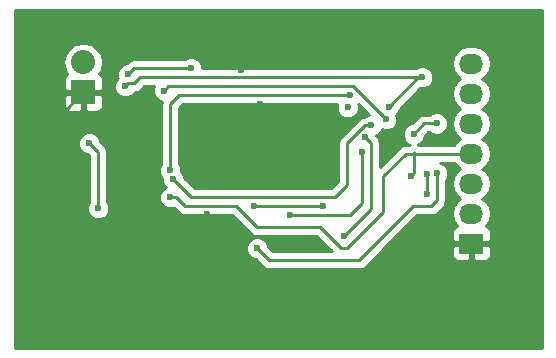
<source format=gbr>
G04 #@! TF.FileFunction,Copper,L2,Bot,Signal*
%FSLAX46Y46*%
G04 Gerber Fmt 4.6, Leading zero omitted, Abs format (unit mm)*
G04 Created by KiCad (PCBNEW 4.1.0-alpha+201605272346+6836~44~ubuntu16.04.1-product) date Fri Jun 10 12:21:42 2016*
%MOMM*%
%LPD*%
G01*
G04 APERTURE LIST*
%ADD10C,0.100000*%
%ADD11R,2.032000X2.032000*%
%ADD12O,2.032000X2.032000*%
%ADD13R,2.032000X1.727200*%
%ADD14O,2.032000X1.727200*%
%ADD15C,0.600000*%
%ADD16C,0.250000*%
%ADD17C,0.254000*%
G04 APERTURE END LIST*
D10*
D11*
X157480000Y-74676000D03*
D12*
X157480000Y-72136000D03*
D13*
X190347600Y-87477600D03*
D14*
X190347600Y-84937600D03*
X190347600Y-82397600D03*
X190347600Y-79857600D03*
X190347600Y-77317600D03*
X190347600Y-74777600D03*
X190347600Y-72237600D03*
D15*
X158750000Y-84500000D03*
X158000000Y-79000000D03*
X185000000Y-88000000D03*
X181900000Y-89500000D03*
X184400000Y-77700000D03*
X188000000Y-90000000D03*
X177170000Y-69520000D03*
X170850000Y-72750000D03*
X172580000Y-78920000D03*
X182790000Y-69840000D03*
X171180000Y-69740000D03*
X172480000Y-75670000D03*
X162000000Y-77000000D03*
X171710000Y-81350000D03*
X167890000Y-80220000D03*
X167970000Y-84960000D03*
X161000000Y-83000000D03*
X196000000Y-96000000D03*
X196000000Y-92000000D03*
X196000000Y-88000000D03*
X196000000Y-84000000D03*
X196000000Y-79000000D03*
X196000000Y-75000000D03*
X196000000Y-71000000D03*
X196000000Y-68000000D03*
X193000000Y-68000000D03*
X189000000Y-68000000D03*
X185000000Y-68000000D03*
X181000000Y-68000000D03*
X177000000Y-68000000D03*
X173000000Y-68000000D03*
X169000000Y-68000000D03*
X165000000Y-68000000D03*
X161000000Y-68000000D03*
X157000000Y-68000000D03*
X152000000Y-68000000D03*
X152000000Y-72000000D03*
X152000000Y-76000000D03*
X152000000Y-80000000D03*
X152000000Y-84000000D03*
X152000000Y-89000000D03*
X152000000Y-92000000D03*
X152000000Y-96000000D03*
X155000000Y-96000000D03*
X155000000Y-92000000D03*
X155000000Y-89000000D03*
X158000000Y-89000000D03*
X158000000Y-92000000D03*
X158000000Y-96000000D03*
X162000000Y-96000000D03*
X162000000Y-92000000D03*
X162000000Y-89000000D03*
X162000000Y-86000000D03*
X166000000Y-87000000D03*
X166000000Y-89000000D03*
X166000000Y-92000000D03*
X166000000Y-96000000D03*
X170000000Y-96000000D03*
X170000000Y-92000000D03*
X170000000Y-89000000D03*
X173000000Y-92000000D03*
X174000000Y-96000000D03*
X178000000Y-96000000D03*
X183000000Y-96000000D03*
X188000000Y-96000000D03*
X192000000Y-96000000D03*
X179578000Y-86868000D03*
X181356000Y-78486000D03*
X175006000Y-85090000D03*
X181102000Y-79756000D03*
X177800000Y-84328000D03*
X171958000Y-84328000D03*
X166624000Y-72644000D03*
X161290000Y-73152000D03*
X180086000Y-74930000D03*
X164846000Y-81280000D03*
X186600000Y-83250000D03*
X186600000Y-81560000D03*
X164338000Y-74523600D03*
X183134000Y-76962000D03*
X179870000Y-75940000D03*
X183350000Y-75920000D03*
X186182000Y-73406000D03*
X161036000Y-74168000D03*
X185450000Y-78220000D03*
X187410000Y-77310000D03*
X187452000Y-81534000D03*
X172212000Y-87884000D03*
X181864000Y-77470000D03*
X165100000Y-82042000D03*
X185250000Y-81750000D03*
X164846000Y-83566000D03*
D16*
X158750000Y-79750000D02*
X158750000Y-84500000D01*
X158000000Y-79000000D02*
X158750000Y-79750000D01*
X185000000Y-88000000D02*
X183400000Y-88000000D01*
X183400000Y-88000000D02*
X181900000Y-89500000D01*
X171180000Y-72420000D02*
X171180000Y-69740000D01*
X170850000Y-72750000D02*
X171180000Y-72420000D01*
X177170000Y-69520000D02*
X182470000Y-69520000D01*
X182470000Y-69520000D02*
X182790000Y-69840000D01*
X171180000Y-69740000D02*
X176950000Y-69740000D01*
X176950000Y-69740000D02*
X177170000Y-69520000D01*
X169000000Y-68000000D02*
X169440000Y-68000000D01*
X169440000Y-68000000D02*
X171180000Y-69740000D01*
X172580000Y-78920000D02*
X172580000Y-75770000D01*
X171710000Y-79790000D02*
X172580000Y-78920000D01*
X171710000Y-81350000D02*
X171710000Y-79790000D01*
X172580000Y-75770000D02*
X172480000Y-75670000D01*
X159676000Y-74676000D02*
X162000000Y-77000000D01*
X157480000Y-74676000D02*
X159676000Y-74676000D01*
X169020000Y-81350000D02*
X171710000Y-81350000D01*
X167890000Y-80220000D02*
X169020000Y-81350000D01*
X166000000Y-87000000D02*
X166000000Y-86930000D01*
X166000000Y-86930000D02*
X167970000Y-84960000D01*
X152000000Y-76000000D02*
X156156000Y-76000000D01*
X156156000Y-76000000D02*
X157480000Y-74676000D01*
X196000000Y-96000000D02*
X196000000Y-92000000D01*
X196000000Y-88000000D02*
X196000000Y-84000000D01*
X196000000Y-79000000D02*
X196000000Y-75000000D01*
X196000000Y-71000000D02*
X196000000Y-68000000D01*
X193000000Y-68000000D02*
X189000000Y-68000000D01*
X185000000Y-68000000D02*
X181000000Y-68000000D01*
X177000000Y-68000000D02*
X173000000Y-68000000D01*
X169000000Y-68000000D02*
X165000000Y-68000000D01*
X161000000Y-68000000D02*
X157000000Y-68000000D01*
X152000000Y-68000000D02*
X152000000Y-72000000D01*
X152000000Y-76000000D02*
X152000000Y-80000000D01*
X152000000Y-84000000D02*
X152000000Y-89000000D01*
X152000000Y-92000000D02*
X152000000Y-96000000D01*
X155000000Y-96000000D02*
X155000000Y-92000000D01*
X155000000Y-89000000D02*
X158000000Y-89000000D01*
X158000000Y-92000000D02*
X158000000Y-96000000D01*
X162000000Y-96000000D02*
X162000000Y-92000000D01*
X162000000Y-89000000D02*
X162000000Y-86000000D01*
X166000000Y-87000000D02*
X166000000Y-89000000D01*
X166000000Y-92000000D02*
X166000000Y-96000000D01*
X170000000Y-96000000D02*
X170000000Y-92000000D01*
X170000000Y-89000000D02*
X173000000Y-92000000D01*
X174000000Y-96000000D02*
X178000000Y-96000000D01*
X183000000Y-96000000D02*
X188000000Y-96000000D01*
X181864000Y-84582000D02*
X179578000Y-86868000D01*
X181864000Y-78994000D02*
X181864000Y-84582000D01*
X181356000Y-78486000D02*
X181864000Y-78994000D01*
X180086000Y-85090000D02*
X175006000Y-85090000D01*
X181102000Y-84074000D02*
X180086000Y-85090000D01*
X181102000Y-81788000D02*
X181102000Y-84074000D01*
X181102000Y-79756000D02*
X181102000Y-81788000D01*
X171958000Y-84328000D02*
X177800000Y-84328000D01*
X161798000Y-72644000D02*
X166624000Y-72644000D01*
X161290000Y-73152000D02*
X161798000Y-72644000D01*
X165608000Y-74930000D02*
X180086000Y-74930000D01*
X164846000Y-75692000D02*
X165608000Y-74930000D01*
X164846000Y-81280000D02*
X164846000Y-75692000D01*
X186600000Y-81560000D02*
X186600000Y-83250000D01*
X180340000Y-74168000D02*
X183134000Y-76962000D01*
X164693600Y-74168000D02*
X180340000Y-74168000D01*
X164338000Y-74523600D02*
X164693600Y-74168000D01*
X186182000Y-73406000D02*
X185864000Y-73406000D01*
X185864000Y-73406000D02*
X183350000Y-75920000D01*
X162306000Y-73406000D02*
X186182000Y-73406000D01*
X161798000Y-73914000D02*
X162306000Y-73406000D01*
X161290000Y-73914000D02*
X161798000Y-73914000D01*
X161036000Y-74168000D02*
X161290000Y-73914000D01*
X185450000Y-78220000D02*
X186360000Y-77310000D01*
X186360000Y-77310000D02*
X187410000Y-77310000D01*
X187452000Y-83820000D02*
X187452000Y-81534000D01*
X186944000Y-84328000D02*
X187452000Y-83820000D01*
X185420000Y-84328000D02*
X186944000Y-84328000D01*
X180848000Y-88900000D02*
X185420000Y-84328000D01*
X173228000Y-88900000D02*
X180848000Y-88900000D01*
X172212000Y-87884000D02*
X173228000Y-88900000D01*
X181356000Y-77470000D02*
X181864000Y-77470000D01*
X179832000Y-78994000D02*
X181356000Y-77470000D01*
X179832000Y-82550000D02*
X179832000Y-78994000D01*
X178816000Y-83566000D02*
X179832000Y-82550000D01*
X166624000Y-83566000D02*
X178816000Y-83566000D01*
X165100000Y-82042000D02*
X166624000Y-83566000D01*
X185500000Y-80000000D02*
X185500000Y-79857600D01*
X185500000Y-81500000D02*
X185500000Y-80000000D01*
X185250000Y-81750000D02*
X185500000Y-81500000D01*
X185500000Y-79857600D02*
X185500000Y-79750000D01*
X185500000Y-79750000D02*
X185500000Y-79857600D01*
X184810400Y-79857600D02*
X185500000Y-79857600D01*
X185500000Y-79857600D02*
X190347600Y-79857600D01*
X182880000Y-81788000D02*
X184810400Y-79857600D01*
X182880000Y-84836000D02*
X182880000Y-81788000D01*
X179832000Y-87884000D02*
X182880000Y-84836000D01*
X179324000Y-87884000D02*
X179832000Y-87884000D01*
X177546000Y-86106000D02*
X179324000Y-87884000D01*
X172212000Y-86106000D02*
X177546000Y-86106000D01*
X170434000Y-84328000D02*
X172212000Y-86106000D01*
X166116000Y-84328000D02*
X170434000Y-84328000D01*
X165354000Y-83566000D02*
X166116000Y-84328000D01*
X164846000Y-83566000D02*
X165354000Y-83566000D01*
D17*
G36*
X196315000Y-96315000D02*
X151685000Y-96315000D01*
X151685000Y-79185167D01*
X157064838Y-79185167D01*
X157206883Y-79528943D01*
X157469673Y-79792192D01*
X157813201Y-79934838D01*
X157860077Y-79934879D01*
X157990000Y-80064802D01*
X157990000Y-83937537D01*
X157957808Y-83969673D01*
X157815162Y-84313201D01*
X157814838Y-84685167D01*
X157956883Y-85028943D01*
X158219673Y-85292192D01*
X158563201Y-85434838D01*
X158935167Y-85435162D01*
X159278943Y-85293117D01*
X159542192Y-85030327D01*
X159684838Y-84686799D01*
X159685162Y-84314833D01*
X159543117Y-83971057D01*
X159510000Y-83937882D01*
X159510000Y-79750000D01*
X159466029Y-79528943D01*
X159452148Y-79459160D01*
X159287401Y-79212599D01*
X158935122Y-78860320D01*
X158935162Y-78814833D01*
X158793117Y-78471057D01*
X158530327Y-78207808D01*
X158186799Y-78065162D01*
X157814833Y-78064838D01*
X157471057Y-78206883D01*
X157207808Y-78469673D01*
X157065162Y-78813201D01*
X157064838Y-79185167D01*
X151685000Y-79185167D01*
X151685000Y-74961750D01*
X155829000Y-74961750D01*
X155829000Y-75818310D01*
X155925673Y-76051699D01*
X156104302Y-76230327D01*
X156337691Y-76327000D01*
X157194250Y-76327000D01*
X157353000Y-76168250D01*
X157353000Y-74803000D01*
X157607000Y-74803000D01*
X157607000Y-76168250D01*
X157765750Y-76327000D01*
X158622309Y-76327000D01*
X158855698Y-76230327D01*
X159034327Y-76051699D01*
X159131000Y-75818310D01*
X159131000Y-74961750D01*
X158972250Y-74803000D01*
X157607000Y-74803000D01*
X157353000Y-74803000D01*
X155987750Y-74803000D01*
X155829000Y-74961750D01*
X151685000Y-74961750D01*
X151685000Y-72136000D01*
X155796655Y-72136000D01*
X155922330Y-72767810D01*
X156146966Y-73104001D01*
X156104302Y-73121673D01*
X155925673Y-73300301D01*
X155829000Y-73533690D01*
X155829000Y-74390250D01*
X155987750Y-74549000D01*
X157353000Y-74549000D01*
X157353000Y-74529000D01*
X157607000Y-74529000D01*
X157607000Y-74549000D01*
X158972250Y-74549000D01*
X159131000Y-74390250D01*
X159131000Y-74353167D01*
X160100838Y-74353167D01*
X160242883Y-74696943D01*
X160505673Y-74960192D01*
X160849201Y-75102838D01*
X161221167Y-75103162D01*
X161564943Y-74961117D01*
X161828192Y-74698327D01*
X161841921Y-74665263D01*
X162088839Y-74616148D01*
X162335401Y-74451401D01*
X162620802Y-74166000D01*
X163474085Y-74166000D01*
X163403162Y-74336801D01*
X163402838Y-74708767D01*
X163544883Y-75052543D01*
X163807673Y-75315792D01*
X164133889Y-75451249D01*
X164086000Y-75692000D01*
X164086000Y-80717537D01*
X164053808Y-80749673D01*
X163911162Y-81093201D01*
X163910838Y-81465167D01*
X164052883Y-81808943D01*
X164165104Y-81921360D01*
X164164838Y-82227167D01*
X164306883Y-82570943D01*
X164452574Y-82716889D01*
X164317057Y-82772883D01*
X164053808Y-83035673D01*
X163911162Y-83379201D01*
X163910838Y-83751167D01*
X164052883Y-84094943D01*
X164315673Y-84358192D01*
X164659201Y-84500838D01*
X165031167Y-84501162D01*
X165160798Y-84447600D01*
X165578599Y-84865401D01*
X165825161Y-85030148D01*
X166116000Y-85088000D01*
X170119198Y-85088000D01*
X171674599Y-86643401D01*
X171921161Y-86808148D01*
X172212000Y-86866000D01*
X177231198Y-86866000D01*
X178505198Y-88140000D01*
X173542802Y-88140000D01*
X173147122Y-87744320D01*
X173147162Y-87698833D01*
X173005117Y-87355057D01*
X172742327Y-87091808D01*
X172398799Y-86949162D01*
X172026833Y-86948838D01*
X171683057Y-87090883D01*
X171419808Y-87353673D01*
X171277162Y-87697201D01*
X171276838Y-88069167D01*
X171418883Y-88412943D01*
X171681673Y-88676192D01*
X172025201Y-88818838D01*
X172072077Y-88818879D01*
X172690599Y-89437401D01*
X172937161Y-89602148D01*
X173228000Y-89660000D01*
X180848000Y-89660000D01*
X181138839Y-89602148D01*
X181385401Y-89437401D01*
X183059452Y-87763350D01*
X188696600Y-87763350D01*
X188696600Y-88467510D01*
X188793273Y-88700899D01*
X188971902Y-88879527D01*
X189205291Y-88976200D01*
X190061850Y-88976200D01*
X190220600Y-88817450D01*
X190220600Y-87604600D01*
X190474600Y-87604600D01*
X190474600Y-88817450D01*
X190633350Y-88976200D01*
X191489909Y-88976200D01*
X191723298Y-88879527D01*
X191901927Y-88700899D01*
X191998600Y-88467510D01*
X191998600Y-87763350D01*
X191839850Y-87604600D01*
X190474600Y-87604600D01*
X190220600Y-87604600D01*
X188855350Y-87604600D01*
X188696600Y-87763350D01*
X183059452Y-87763350D01*
X185734802Y-85088000D01*
X186944000Y-85088000D01*
X187234839Y-85030148D01*
X187481401Y-84865401D01*
X187989401Y-84357401D01*
X188104487Y-84185162D01*
X188154148Y-84110839D01*
X188212000Y-83820000D01*
X188212000Y-82096463D01*
X188244192Y-82064327D01*
X188386838Y-81720799D01*
X188387162Y-81348833D01*
X188245117Y-81005057D01*
X187982327Y-80741808D01*
X187683202Y-80617600D01*
X188902952Y-80617600D01*
X189103185Y-80917270D01*
X189417966Y-81127600D01*
X189103185Y-81337930D01*
X188778329Y-81824111D01*
X188664255Y-82397600D01*
X188778329Y-82971089D01*
X189103185Y-83457270D01*
X189417966Y-83667600D01*
X189103185Y-83877930D01*
X188778329Y-84364111D01*
X188664255Y-84937600D01*
X188778329Y-85511089D01*
X189103185Y-85997270D01*
X189125380Y-86012100D01*
X188971902Y-86075673D01*
X188793273Y-86254301D01*
X188696600Y-86487690D01*
X188696600Y-87191850D01*
X188855350Y-87350600D01*
X190220600Y-87350600D01*
X190220600Y-87330600D01*
X190474600Y-87330600D01*
X190474600Y-87350600D01*
X191839850Y-87350600D01*
X191998600Y-87191850D01*
X191998600Y-86487690D01*
X191901927Y-86254301D01*
X191723298Y-86075673D01*
X191569820Y-86012100D01*
X191592015Y-85997270D01*
X191916871Y-85511089D01*
X192030945Y-84937600D01*
X191916871Y-84364111D01*
X191592015Y-83877930D01*
X191277234Y-83667600D01*
X191592015Y-83457270D01*
X191916871Y-82971089D01*
X192030945Y-82397600D01*
X191916871Y-81824111D01*
X191592015Y-81337930D01*
X191277234Y-81127600D01*
X191592015Y-80917270D01*
X191916871Y-80431089D01*
X192030945Y-79857600D01*
X191916871Y-79284111D01*
X191592015Y-78797930D01*
X191277234Y-78587600D01*
X191592015Y-78377270D01*
X191916871Y-77891089D01*
X192030945Y-77317600D01*
X191916871Y-76744111D01*
X191592015Y-76257930D01*
X191277234Y-76047600D01*
X191592015Y-75837270D01*
X191916871Y-75351089D01*
X192030945Y-74777600D01*
X191916871Y-74204111D01*
X191592015Y-73717930D01*
X191277234Y-73507600D01*
X191592015Y-73297270D01*
X191916871Y-72811089D01*
X192030945Y-72237600D01*
X191916871Y-71664111D01*
X191592015Y-71177930D01*
X191105834Y-70853074D01*
X190532345Y-70739000D01*
X190162855Y-70739000D01*
X189589366Y-70853074D01*
X189103185Y-71177930D01*
X188778329Y-71664111D01*
X188664255Y-72237600D01*
X188778329Y-72811089D01*
X189103185Y-73297270D01*
X189417966Y-73507600D01*
X189103185Y-73717930D01*
X188778329Y-74204111D01*
X188664255Y-74777600D01*
X188778329Y-75351089D01*
X189103185Y-75837270D01*
X189417966Y-76047600D01*
X189103185Y-76257930D01*
X188778329Y-76744111D01*
X188664255Y-77317600D01*
X188778329Y-77891089D01*
X189103185Y-78377270D01*
X189417966Y-78587600D01*
X189103185Y-78797930D01*
X188902952Y-79097600D01*
X185865292Y-79097600D01*
X185830592Y-79074414D01*
X185978943Y-79013117D01*
X186242192Y-78750327D01*
X186384838Y-78406799D01*
X186384879Y-78359923D01*
X186674802Y-78070000D01*
X186847537Y-78070000D01*
X186879673Y-78102192D01*
X187223201Y-78244838D01*
X187595167Y-78245162D01*
X187938943Y-78103117D01*
X188202192Y-77840327D01*
X188344838Y-77496799D01*
X188345162Y-77124833D01*
X188203117Y-76781057D01*
X187940327Y-76517808D01*
X187596799Y-76375162D01*
X187224833Y-76374838D01*
X186881057Y-76516883D01*
X186847882Y-76550000D01*
X186360000Y-76550000D01*
X186069160Y-76607852D01*
X185822599Y-76772599D01*
X185310320Y-77284878D01*
X185264833Y-77284838D01*
X184921057Y-77426883D01*
X184657808Y-77689673D01*
X184515162Y-78033201D01*
X184514838Y-78405167D01*
X184656883Y-78748943D01*
X184919673Y-79012192D01*
X185125357Y-79097600D01*
X184810400Y-79097600D01*
X184519561Y-79155452D01*
X184272999Y-79320199D01*
X182624000Y-80969198D01*
X182624000Y-78994000D01*
X182566148Y-78703161D01*
X182401401Y-78456599D01*
X182291122Y-78346320D01*
X182291158Y-78305174D01*
X182392943Y-78263117D01*
X182656192Y-78000327D01*
X182735642Y-77808991D01*
X182947201Y-77896838D01*
X183319167Y-77897162D01*
X183662943Y-77755117D01*
X183926192Y-77492327D01*
X184068838Y-77148799D01*
X184069162Y-76776833D01*
X183994975Y-76597287D01*
X184142192Y-76450327D01*
X184284838Y-76106799D01*
X184284879Y-76059923D01*
X186003956Y-74340846D01*
X186367167Y-74341162D01*
X186710943Y-74199117D01*
X186974192Y-73936327D01*
X187116838Y-73592799D01*
X187117162Y-73220833D01*
X186975117Y-72877057D01*
X186712327Y-72613808D01*
X186368799Y-72471162D01*
X185996833Y-72470838D01*
X185653057Y-72612883D01*
X185619882Y-72646000D01*
X167558999Y-72646000D01*
X167559162Y-72458833D01*
X167417117Y-72115057D01*
X167154327Y-71851808D01*
X166810799Y-71709162D01*
X166438833Y-71708838D01*
X166095057Y-71850883D01*
X166061882Y-71884000D01*
X161798000Y-71884000D01*
X161507161Y-71941852D01*
X161507159Y-71941853D01*
X161507160Y-71941853D01*
X161260599Y-72106599D01*
X161150320Y-72216878D01*
X161104833Y-72216838D01*
X160761057Y-72358883D01*
X160497808Y-72621673D01*
X160355162Y-72965201D01*
X160354838Y-73337167D01*
X160410322Y-73471449D01*
X160243808Y-73637673D01*
X160101162Y-73981201D01*
X160100838Y-74353167D01*
X159131000Y-74353167D01*
X159131000Y-73533690D01*
X159034327Y-73300301D01*
X158855698Y-73121673D01*
X158813034Y-73104001D01*
X159037670Y-72767810D01*
X159163345Y-72136000D01*
X159037670Y-71504190D01*
X158679778Y-70968567D01*
X158144155Y-70610675D01*
X157512345Y-70485000D01*
X157447655Y-70485000D01*
X156815845Y-70610675D01*
X156280222Y-70968567D01*
X155922330Y-71504190D01*
X155796655Y-72136000D01*
X151685000Y-72136000D01*
X151685000Y-67685000D01*
X196315000Y-67685000D01*
X196315000Y-96315000D01*
X196315000Y-96315000D01*
G37*
X196315000Y-96315000D02*
X151685000Y-96315000D01*
X151685000Y-79185167D01*
X157064838Y-79185167D01*
X157206883Y-79528943D01*
X157469673Y-79792192D01*
X157813201Y-79934838D01*
X157860077Y-79934879D01*
X157990000Y-80064802D01*
X157990000Y-83937537D01*
X157957808Y-83969673D01*
X157815162Y-84313201D01*
X157814838Y-84685167D01*
X157956883Y-85028943D01*
X158219673Y-85292192D01*
X158563201Y-85434838D01*
X158935167Y-85435162D01*
X159278943Y-85293117D01*
X159542192Y-85030327D01*
X159684838Y-84686799D01*
X159685162Y-84314833D01*
X159543117Y-83971057D01*
X159510000Y-83937882D01*
X159510000Y-79750000D01*
X159466029Y-79528943D01*
X159452148Y-79459160D01*
X159287401Y-79212599D01*
X158935122Y-78860320D01*
X158935162Y-78814833D01*
X158793117Y-78471057D01*
X158530327Y-78207808D01*
X158186799Y-78065162D01*
X157814833Y-78064838D01*
X157471057Y-78206883D01*
X157207808Y-78469673D01*
X157065162Y-78813201D01*
X157064838Y-79185167D01*
X151685000Y-79185167D01*
X151685000Y-74961750D01*
X155829000Y-74961750D01*
X155829000Y-75818310D01*
X155925673Y-76051699D01*
X156104302Y-76230327D01*
X156337691Y-76327000D01*
X157194250Y-76327000D01*
X157353000Y-76168250D01*
X157353000Y-74803000D01*
X157607000Y-74803000D01*
X157607000Y-76168250D01*
X157765750Y-76327000D01*
X158622309Y-76327000D01*
X158855698Y-76230327D01*
X159034327Y-76051699D01*
X159131000Y-75818310D01*
X159131000Y-74961750D01*
X158972250Y-74803000D01*
X157607000Y-74803000D01*
X157353000Y-74803000D01*
X155987750Y-74803000D01*
X155829000Y-74961750D01*
X151685000Y-74961750D01*
X151685000Y-72136000D01*
X155796655Y-72136000D01*
X155922330Y-72767810D01*
X156146966Y-73104001D01*
X156104302Y-73121673D01*
X155925673Y-73300301D01*
X155829000Y-73533690D01*
X155829000Y-74390250D01*
X155987750Y-74549000D01*
X157353000Y-74549000D01*
X157353000Y-74529000D01*
X157607000Y-74529000D01*
X157607000Y-74549000D01*
X158972250Y-74549000D01*
X159131000Y-74390250D01*
X159131000Y-74353167D01*
X160100838Y-74353167D01*
X160242883Y-74696943D01*
X160505673Y-74960192D01*
X160849201Y-75102838D01*
X161221167Y-75103162D01*
X161564943Y-74961117D01*
X161828192Y-74698327D01*
X161841921Y-74665263D01*
X162088839Y-74616148D01*
X162335401Y-74451401D01*
X162620802Y-74166000D01*
X163474085Y-74166000D01*
X163403162Y-74336801D01*
X163402838Y-74708767D01*
X163544883Y-75052543D01*
X163807673Y-75315792D01*
X164133889Y-75451249D01*
X164086000Y-75692000D01*
X164086000Y-80717537D01*
X164053808Y-80749673D01*
X163911162Y-81093201D01*
X163910838Y-81465167D01*
X164052883Y-81808943D01*
X164165104Y-81921360D01*
X164164838Y-82227167D01*
X164306883Y-82570943D01*
X164452574Y-82716889D01*
X164317057Y-82772883D01*
X164053808Y-83035673D01*
X163911162Y-83379201D01*
X163910838Y-83751167D01*
X164052883Y-84094943D01*
X164315673Y-84358192D01*
X164659201Y-84500838D01*
X165031167Y-84501162D01*
X165160798Y-84447600D01*
X165578599Y-84865401D01*
X165825161Y-85030148D01*
X166116000Y-85088000D01*
X170119198Y-85088000D01*
X171674599Y-86643401D01*
X171921161Y-86808148D01*
X172212000Y-86866000D01*
X177231198Y-86866000D01*
X178505198Y-88140000D01*
X173542802Y-88140000D01*
X173147122Y-87744320D01*
X173147162Y-87698833D01*
X173005117Y-87355057D01*
X172742327Y-87091808D01*
X172398799Y-86949162D01*
X172026833Y-86948838D01*
X171683057Y-87090883D01*
X171419808Y-87353673D01*
X171277162Y-87697201D01*
X171276838Y-88069167D01*
X171418883Y-88412943D01*
X171681673Y-88676192D01*
X172025201Y-88818838D01*
X172072077Y-88818879D01*
X172690599Y-89437401D01*
X172937161Y-89602148D01*
X173228000Y-89660000D01*
X180848000Y-89660000D01*
X181138839Y-89602148D01*
X181385401Y-89437401D01*
X183059452Y-87763350D01*
X188696600Y-87763350D01*
X188696600Y-88467510D01*
X188793273Y-88700899D01*
X188971902Y-88879527D01*
X189205291Y-88976200D01*
X190061850Y-88976200D01*
X190220600Y-88817450D01*
X190220600Y-87604600D01*
X190474600Y-87604600D01*
X190474600Y-88817450D01*
X190633350Y-88976200D01*
X191489909Y-88976200D01*
X191723298Y-88879527D01*
X191901927Y-88700899D01*
X191998600Y-88467510D01*
X191998600Y-87763350D01*
X191839850Y-87604600D01*
X190474600Y-87604600D01*
X190220600Y-87604600D01*
X188855350Y-87604600D01*
X188696600Y-87763350D01*
X183059452Y-87763350D01*
X185734802Y-85088000D01*
X186944000Y-85088000D01*
X187234839Y-85030148D01*
X187481401Y-84865401D01*
X187989401Y-84357401D01*
X188104487Y-84185162D01*
X188154148Y-84110839D01*
X188212000Y-83820000D01*
X188212000Y-82096463D01*
X188244192Y-82064327D01*
X188386838Y-81720799D01*
X188387162Y-81348833D01*
X188245117Y-81005057D01*
X187982327Y-80741808D01*
X187683202Y-80617600D01*
X188902952Y-80617600D01*
X189103185Y-80917270D01*
X189417966Y-81127600D01*
X189103185Y-81337930D01*
X188778329Y-81824111D01*
X188664255Y-82397600D01*
X188778329Y-82971089D01*
X189103185Y-83457270D01*
X189417966Y-83667600D01*
X189103185Y-83877930D01*
X188778329Y-84364111D01*
X188664255Y-84937600D01*
X188778329Y-85511089D01*
X189103185Y-85997270D01*
X189125380Y-86012100D01*
X188971902Y-86075673D01*
X188793273Y-86254301D01*
X188696600Y-86487690D01*
X188696600Y-87191850D01*
X188855350Y-87350600D01*
X190220600Y-87350600D01*
X190220600Y-87330600D01*
X190474600Y-87330600D01*
X190474600Y-87350600D01*
X191839850Y-87350600D01*
X191998600Y-87191850D01*
X191998600Y-86487690D01*
X191901927Y-86254301D01*
X191723298Y-86075673D01*
X191569820Y-86012100D01*
X191592015Y-85997270D01*
X191916871Y-85511089D01*
X192030945Y-84937600D01*
X191916871Y-84364111D01*
X191592015Y-83877930D01*
X191277234Y-83667600D01*
X191592015Y-83457270D01*
X191916871Y-82971089D01*
X192030945Y-82397600D01*
X191916871Y-81824111D01*
X191592015Y-81337930D01*
X191277234Y-81127600D01*
X191592015Y-80917270D01*
X191916871Y-80431089D01*
X192030945Y-79857600D01*
X191916871Y-79284111D01*
X191592015Y-78797930D01*
X191277234Y-78587600D01*
X191592015Y-78377270D01*
X191916871Y-77891089D01*
X192030945Y-77317600D01*
X191916871Y-76744111D01*
X191592015Y-76257930D01*
X191277234Y-76047600D01*
X191592015Y-75837270D01*
X191916871Y-75351089D01*
X192030945Y-74777600D01*
X191916871Y-74204111D01*
X191592015Y-73717930D01*
X191277234Y-73507600D01*
X191592015Y-73297270D01*
X191916871Y-72811089D01*
X192030945Y-72237600D01*
X191916871Y-71664111D01*
X191592015Y-71177930D01*
X191105834Y-70853074D01*
X190532345Y-70739000D01*
X190162855Y-70739000D01*
X189589366Y-70853074D01*
X189103185Y-71177930D01*
X188778329Y-71664111D01*
X188664255Y-72237600D01*
X188778329Y-72811089D01*
X189103185Y-73297270D01*
X189417966Y-73507600D01*
X189103185Y-73717930D01*
X188778329Y-74204111D01*
X188664255Y-74777600D01*
X188778329Y-75351089D01*
X189103185Y-75837270D01*
X189417966Y-76047600D01*
X189103185Y-76257930D01*
X188778329Y-76744111D01*
X188664255Y-77317600D01*
X188778329Y-77891089D01*
X189103185Y-78377270D01*
X189417966Y-78587600D01*
X189103185Y-78797930D01*
X188902952Y-79097600D01*
X185865292Y-79097600D01*
X185830592Y-79074414D01*
X185978943Y-79013117D01*
X186242192Y-78750327D01*
X186384838Y-78406799D01*
X186384879Y-78359923D01*
X186674802Y-78070000D01*
X186847537Y-78070000D01*
X186879673Y-78102192D01*
X187223201Y-78244838D01*
X187595167Y-78245162D01*
X187938943Y-78103117D01*
X188202192Y-77840327D01*
X188344838Y-77496799D01*
X188345162Y-77124833D01*
X188203117Y-76781057D01*
X187940327Y-76517808D01*
X187596799Y-76375162D01*
X187224833Y-76374838D01*
X186881057Y-76516883D01*
X186847882Y-76550000D01*
X186360000Y-76550000D01*
X186069160Y-76607852D01*
X185822599Y-76772599D01*
X185310320Y-77284878D01*
X185264833Y-77284838D01*
X184921057Y-77426883D01*
X184657808Y-77689673D01*
X184515162Y-78033201D01*
X184514838Y-78405167D01*
X184656883Y-78748943D01*
X184919673Y-79012192D01*
X185125357Y-79097600D01*
X184810400Y-79097600D01*
X184519561Y-79155452D01*
X184272999Y-79320199D01*
X182624000Y-80969198D01*
X182624000Y-78994000D01*
X182566148Y-78703161D01*
X182401401Y-78456599D01*
X182291122Y-78346320D01*
X182291158Y-78305174D01*
X182392943Y-78263117D01*
X182656192Y-78000327D01*
X182735642Y-77808991D01*
X182947201Y-77896838D01*
X183319167Y-77897162D01*
X183662943Y-77755117D01*
X183926192Y-77492327D01*
X184068838Y-77148799D01*
X184069162Y-76776833D01*
X183994975Y-76597287D01*
X184142192Y-76450327D01*
X184284838Y-76106799D01*
X184284879Y-76059923D01*
X186003956Y-74340846D01*
X186367167Y-74341162D01*
X186710943Y-74199117D01*
X186974192Y-73936327D01*
X187116838Y-73592799D01*
X187117162Y-73220833D01*
X186975117Y-72877057D01*
X186712327Y-72613808D01*
X186368799Y-72471162D01*
X185996833Y-72470838D01*
X185653057Y-72612883D01*
X185619882Y-72646000D01*
X167558999Y-72646000D01*
X167559162Y-72458833D01*
X167417117Y-72115057D01*
X167154327Y-71851808D01*
X166810799Y-71709162D01*
X166438833Y-71708838D01*
X166095057Y-71850883D01*
X166061882Y-71884000D01*
X161798000Y-71884000D01*
X161507161Y-71941852D01*
X161507159Y-71941853D01*
X161507160Y-71941853D01*
X161260599Y-72106599D01*
X161150320Y-72216878D01*
X161104833Y-72216838D01*
X160761057Y-72358883D01*
X160497808Y-72621673D01*
X160355162Y-72965201D01*
X160354838Y-73337167D01*
X160410322Y-73471449D01*
X160243808Y-73637673D01*
X160101162Y-73981201D01*
X160100838Y-74353167D01*
X159131000Y-74353167D01*
X159131000Y-73533690D01*
X159034327Y-73300301D01*
X158855698Y-73121673D01*
X158813034Y-73104001D01*
X159037670Y-72767810D01*
X159163345Y-72136000D01*
X159037670Y-71504190D01*
X158679778Y-70968567D01*
X158144155Y-70610675D01*
X157512345Y-70485000D01*
X157447655Y-70485000D01*
X156815845Y-70610675D01*
X156280222Y-70968567D01*
X155922330Y-71504190D01*
X155796655Y-72136000D01*
X151685000Y-72136000D01*
X151685000Y-67685000D01*
X196315000Y-67685000D01*
X196315000Y-96315000D01*
G36*
X181645719Y-76548521D02*
X181335057Y-76676883D01*
X181288415Y-76723444D01*
X181113414Y-76758254D01*
X181065160Y-76767852D01*
X180818599Y-76932599D01*
X179294599Y-78456599D01*
X179129852Y-78703161D01*
X179072000Y-78994000D01*
X179072000Y-82235198D01*
X178501198Y-82806000D01*
X166938802Y-82806000D01*
X166035122Y-81902320D01*
X166035162Y-81856833D01*
X165893117Y-81513057D01*
X165780896Y-81400640D01*
X165781162Y-81094833D01*
X165639117Y-80751057D01*
X165606000Y-80717882D01*
X165606000Y-76006802D01*
X165922802Y-75690000D01*
X178961405Y-75690000D01*
X178935162Y-75753201D01*
X178934838Y-76125167D01*
X179076883Y-76468943D01*
X179339673Y-76732192D01*
X179683201Y-76874838D01*
X180055167Y-76875162D01*
X180398943Y-76733117D01*
X180662192Y-76470327D01*
X180804838Y-76126799D01*
X180805162Y-75754833D01*
X180772160Y-75674962D01*
X181645719Y-76548521D01*
X181645719Y-76548521D01*
G37*
X181645719Y-76548521D02*
X181335057Y-76676883D01*
X181288415Y-76723444D01*
X181113414Y-76758254D01*
X181065160Y-76767852D01*
X180818599Y-76932599D01*
X179294599Y-78456599D01*
X179129852Y-78703161D01*
X179072000Y-78994000D01*
X179072000Y-82235198D01*
X178501198Y-82806000D01*
X166938802Y-82806000D01*
X166035122Y-81902320D01*
X166035162Y-81856833D01*
X165893117Y-81513057D01*
X165780896Y-81400640D01*
X165781162Y-81094833D01*
X165639117Y-80751057D01*
X165606000Y-80717882D01*
X165606000Y-76006802D01*
X165922802Y-75690000D01*
X178961405Y-75690000D01*
X178935162Y-75753201D01*
X178934838Y-76125167D01*
X179076883Y-76468943D01*
X179339673Y-76732192D01*
X179683201Y-76874838D01*
X180055167Y-76875162D01*
X180398943Y-76733117D01*
X180662192Y-76470327D01*
X180804838Y-76126799D01*
X180805162Y-75754833D01*
X180772160Y-75674962D01*
X181645719Y-76548521D01*
M02*

</source>
